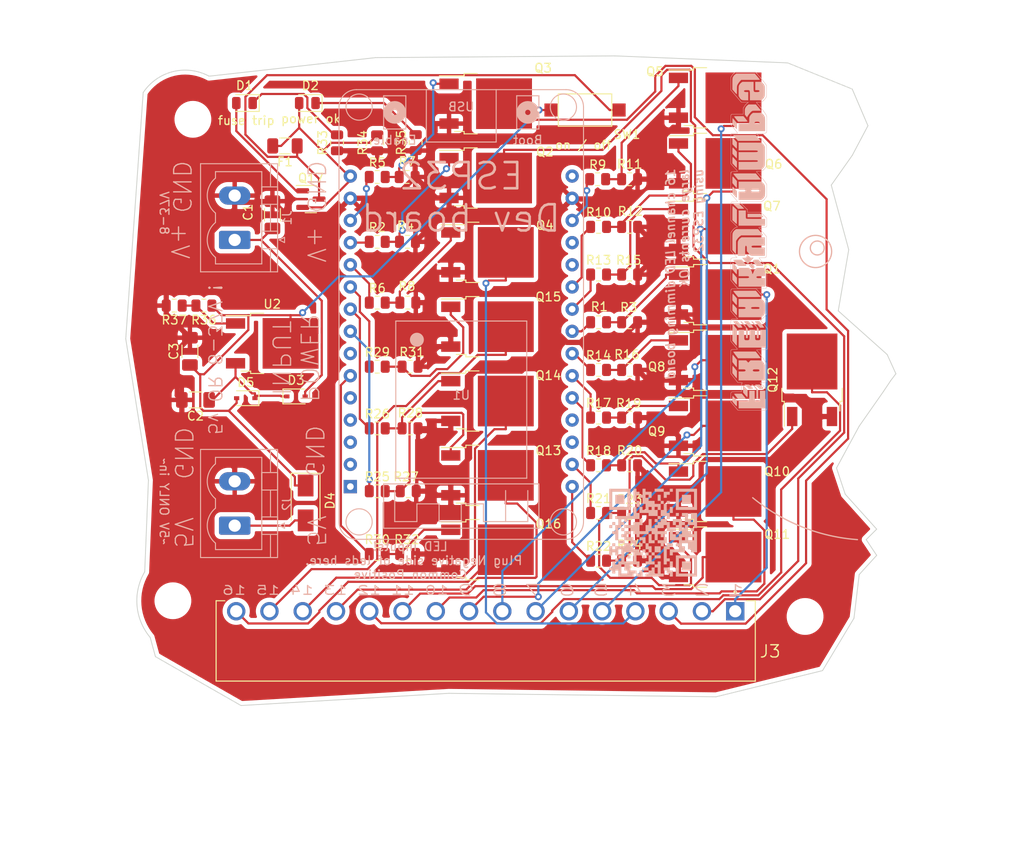
<source format=kicad_pcb>
(kicad_pcb (version 20211014) (generator pcbnew)
  (layers (0 "F.Cu" signal) (31 "B.Cu" signal) (34 "B.Paste" user) (35 "F.Paste" user) (36 "B.SilkS" user "B.Silkscreen") (37 "F.SilkS" user "F.Silkscreen") (38 "B.Mask" user) (39 "F.Mask" user) (44 "Edge.Cuts" user))
  (net 0 "")
  (net 1 "Net-(C2-Pad1)")
  (net 2 "GND")
  (net 3 "+5V")
  (net 4 "+VDC")
  (net 5 "Net-(D1-Pad1)")
  (net 6 "LED_1")
  (net 7 "LED_2")
  (net 8 "LED_3")
  (net 9 "LED_4")
  (net 10 "LED_5")
  (net 11 "LED_6")
  (net 12 "LED_7")
  (net 13 "LED_8")
  (net 14 "LED_9")
  (net 15 "LED_10")
  (net 16 "LED_11")
  (net 17 "LED_12")
  (net 18 "LED_13")
  (net 19 "LED_14")
  (net 20 "LED_15")
  (net 21 "LED_16")
  (net 22 "Net-(Q1-Pad1)")
  (net 23 "Net-(Q2-Pad1)")
  (net 24 "Net-(Q3-Pad1)")
  (net 25 "Net-(Q4-Pad1)")
  (net 26 "Net-(Q5-Pad1)")
  (net 27 "Net-(Q6-Pad1)")
  (net 28 "Net-(Q7-Pad1)")
  (net 29 "Net-(Q8-Pad1)")
  (net 30 "Net-(Q9-Pad1)")
  (net 31 "Net-(Q10-Pad1)")
  (net 32 "Net-(Q11-Pad1)")
  (net 33 "Net-(Q12-Pad1)")
  (net 34 "Net-(Q13-Pad1)")
  (net 35 "Net-(Q14-Pad1)")
  (net 36 "Net-(Q15-Pad1)")
  (net 37 "Net-(Q16-Pad1)")
  (net 38 "PWM_1")
  (net 39 "PWM_3")
  (net 40 "PWM_5")
  (net 41 "PWM_7")
  (net 42 "PWM_9")
  (net 43 "PWM_11")
  (net 44 "PWM_13")
  (net 45 "PWM_15")
  (net 46 "PWM_2")
  (net 47 "PWM_4")
  (net 48 "PWM_6")
  (net 49 "PWM_8")
  (net 50 "PWM_10")
  (net 51 "PWM_12")
  (net 52 "PWM_14")
  (net 53 "PWM_16")
  (net 54 "Net-(D1-Pad2)")
  (net 66 "Net-(D2-Pad1)")
  (net 67 "Net-(D4-Pad2)")
  (net 68 "Net-(R36-Pad2)")
  (net 69 "esp32_power")
  (net 70 "Net-(F1-Pad1)")
  (footprint "Resistor_SMD:R_0805_2012Metric" (layer "F.Cu") (at 139.5495 72.644)
    (fp_text reference "R13")
    (fp_text value "100")
  )
  (footprint "Capacitor_SMD:C_1206_3216Metric_Pad1.33x1.80mm_HandSolder" (layer "F.Cu") (at 93.3875 87 180)
    (fp_text reference "C2")
    (fp_text value "0.1uF")
  )
  (footprint "Resistor_SMD:R_0805_2012Metric" (layer "F.Cu") (at 114.204 90.2547)
    (fp_text reference "R26")
    (fp_text value "100")
  )
  (footprint "Resistor_SMD:R_0805_2012Metric" (layer "F.Cu") (at 143.1055 67.183 180)
    (fp_text reference "R12")
    (fp_text value "10k")
  )
  (footprint "Resistor_SMD:R_0805_2012Metric" (layer "F.Cu") (at 117.633 61.468 180)
    (fp_text reference "R7")
    (fp_text value "10k")
  )
  (footprint "Resistor_SMD:R_0805_2012Metric" (layer "F.Cu") (at 114.204 104.648)
    (fp_text reference "R30")
    (fp_text value "100")
  )
  (footprint "Resistor_SMD:R_0805_2012Metric" (layer "F.Cu") (at 139.5495 89.027)
    (fp_text reference "R17")
    (fp_text value "100")
  )
  (footprint "Resistor_SMD:R_0805_2012Metric" (layer "F.Cu") (at 118.6 57.531 90)
    (fp_text reference "R35")
    (fp_text value "1K")
  )
  (footprint "Resistor_SMD:R_0805_2012Metric" (layer "F.Cu") (at 114.204 97.4513)
    (fp_text reference "R25")
    (fp_text value "100")
  )
  (footprint "Package_TO_SOT_SMD:TO-252-2" (layer "F.Cu") (at 152.9 74.9429)
    (fp_text reference "Q1")
    (fp_text value "NMOS")
  )
  (footprint "Resistor_SMD:R_0805_2012Metric" (layer "F.Cu") (at 143.1055 61.722 180)
    (fp_text reference "R11")
    (fp_text value "10k")
  )
  (footprint "MountingHole:MountingHole_3.2mm_M3" (layer "F.Cu") (at 93.091 54.864)
    (fp_text reference "MH1" hide)
    (fp_text value "MountingHole_3.2mm_M3")
  )
  (footprint "Diode_SMD:D_SOD-323" (layer "F.Cu") (at 104.9 86.6)
    (fp_text reference "D3")
    (fp_text value "1N4148")
  )
  (footprint "Capacitor_SMD:C_1206_3216Metric_Pad1.33x1.80mm_HandSolder" (layer "F.Cu") (at 102.2 65.8 90)
    (fp_text reference "C1")
    (fp_text value "4.7u")
  )
  (footprint "Package_TO_SOT_SMD:SOT-23" (layer "F.Cu") (at 106.6 64)
    (fp_text reference "Q17")
    (fp_text value "Q_PMOS_DGS")
  )
  (footprint "Resistor_SMD:R_0805_2012Metric" (layer "F.Cu") (at 139.5495 83.566)
    (fp_text reference "R14")
    (fp_text value "100")
  )
  (footprint "Resistor_SMD:R_0805_2012Metric" (layer "F.Cu") (at 90.95 76.2 180)
    (fp_text reference "R37")
    (fp_text value "750")
  )
  (footprint "Resistor_SMD:R_0805_2012Metric" (layer "F.Cu") (at 94.35 76.2 180)
    (fp_text reference "R36")
    (fp_text value "240")
  )
  (footprint "Resistor_SMD:R_0805_2012Metric" (layer "F.Cu") (at 114.204 83.1955)
    (fp_text reference "R29")
    (fp_text value "100")
  )
  (footprint "Package_TO_SOT_SMD:TO-252-2" (layer "F.Cu") (at 126.825 78.6145)
    (fp_text reference "Q15")
    (fp_text value "NMOS")
  )
  (footprint "Diode_SMD:D_SOD-323" (layer "F.Cu") (at 99.15 86.8 180)
    (fp_text reference "D5")
    (fp_text value "1N4148")
  )
  (footprint "Resistor_SMD:R_0805_2012Metric" (layer "F.Cu") (at 117.7055 75.8613 180)
    (fp_text reference "R8")
    (fp_text value "10k")
  )
  (footprint "william_custom:CUI_TBP02R1-381-16BE" (layer "F.Cu") (at 155.2 111.2 180)
    (fp_text reference "J3")
    (fp_text value "Conn_01x16")
  )
  (footprint "Package_TO_SOT_SMD:TO-252-2" (layer "F.Cu") (at 126.825 104.154)
    (fp_text reference "Q16")
    (fp_text value "NMOS")
  )
  (footprint "Package_TO_SOT_SMD:TO-252-2" (layer "F.Cu") (at 126.625 53.075)
    (fp_text reference "Q3")
    (fp_text value "NMOS")
  )
  (footprint "Package_TO_SOT_SMD:TO-252-2" (layer "F.Cu") (at 152.9 89.9714)
    (fp_text reference "Q9")
    (fp_text value "NMOS")
  )
  (footprint "Package_TO_SOT_SMD:TO-252-2" (layer "F.Cu") (at 126.825 95.6408)
    (fp_text reference "Q13")
    (fp_text value "NMOS")
  )
  (footprint "Resistor_SMD:R_0805_2012Metric" (layer "F.Cu") (at 143.1055 94.488 180)
    (fp_text reference "R20")
    (fp_text value "10k")
  )
  (footprint "Resistor_SMD:R_0805_2012Metric" (layer "F.Cu") (at 139.5495 67.183)
    (fp_text reference "R10")
    (fp_text value "100")
  )
  (footprint "Resistor_SMD:R_0805_2012Metric" (layer "F.Cu") (at 143.1055 83.566 180)
    (fp_text reference "R16")
    (fp_text value "10k")
  )
  (footprint "Resistor_SMD:R_0805_2012Metric" (layer "F.Cu") (at 109.6 57.5545 90)
    (fp_text reference "R33")
    (fp_text value "1K")
  )
  (footprint "Package_TO_SOT_SMD:TO-252-2" (layer "F.Cu") (at 164 84.7 90)
    (fp_text reference "Q12")
    (fp_text value "NMOS")
  )
  (footprint "Resistor_SMD:R_0805_2012Metric" (layer "F.Cu") (at 117.9595 90.2547 180)
    (fp_text reference "R28")
    (fp_text value "10k")
  )
  (footprint "Package_TO_SOT_SMD:TO-252-2" (layer "F.Cu") (at 152.9 59.9143)
    (fp_text reference "Q6")
    (fp_text value "NMOS")
  )
  (footprint "Package_TO_SOT_SMD:TO-252-2" (layer "F.Cu") (at 126.825 70.1013)
    (fp_text reference "Q4")
    (fp_text value "NMOS")
  )
  (footprint "Resistor_SMD:R_0805_2012Metric" (layer "F.Cu") (at 139.5495 94.488)
    (fp_text reference "R18")
    (fp_text value "100")
  )
  (footprint "Diode_SMD:D_SMA" (layer "F.Cu") (at 106 98.8 -90)
    (fp_text reference "D4")
    (fp_text value "D_Schottky")
  )
  (footprint "Package_TO_SOT_SMD:TO-252-2" (layer "F.Cu") (at 152.9 52.4)
    (fp_text reference "Q5")
    (fp_text value "NMOS")
  )
  (footprint "Resistor_SMD:R_0805_2012Metric" (layer "F.Cu") (at 114.204 75.8613)
    (fp_text reference "R6")
    (fp_text value "100")
  )
  (footprint "LED_SMD:LED_0805_2012Metric" (layer "F.Cu") (at 106.2 53 180)
    (fp_text reference "D2")
    (fp_text value "power OK")
  )
  (footprint "Resistor_SMD:R_0805_2012Metric" (layer "F.Cu") (at 117.9595 83.1955 180)
    (fp_text reference "R31")
    (fp_text value "10k")
  )
  (footprint "Package_TO_SOT_SMD:TO-252-2" (layer "F.Cu") (at 152.9 97.4857)
    (fp_text reference "Q10")
    (fp_text value "NMOS")
  )
  (footprint "Resistor_SMD:R_0805_2012Metric" (layer "F.Cu") (at 143.1055 72.644 180)
    (fp_text reference "R15")
    (fp_text value "10k")
  )
  (footprint "Resistor_SMD:R_0805_2012Metric" (layer "F.Cu") (at 117.666 68.8938 180)
    (fp_text reference "R4")
    (fp_text value "10k")
  )
  (footprint "LED_SMD:LED_0805_2012Metric" (layer "F.Cu") (at 99 53 180)
    (fp_text reference "D1")
    (fp_text value "Fuse Trip")
  )
  (footprint "Package_TO_SOT_SMD:TO-252-2" (layer "F.Cu") (at 102.175 80.525)
    (fp_text reference "U2")
    (fp_text value "LM317_TO-252")
  )
  (footprint "Resistor_SMD:R_0805_2012Metric" (layer "F.Cu") (at 143.1055 99.949 180)
    (fp_text reference "R23")
    (fp_text value "10k")
  )
  (footprint "Capacitor_SMD:C_1206_3216Metric_Pad1.33x1.80mm_HandSolder" (layer "F.Cu") (at 92.75 81.4375 90)
    (fp_text reference "C3")
    (fp_text value "1uF")
  )
  (footprint "Package_TO_SOT_SMD:TO-252-2" (layer "F.Cu") (at 152.9 82.4571)
    (fp_text reference "Q8")
    (fp_text value "NMOS")
  )
  (footprint "Resistor_SMD:R_0805_2012Metric" (layer "F.Cu") (at 114.204 68.8938)
    (fp_text reference "R2")
    (fp_text value "100")
  )
  (footprint "Resistor_SMD:R_0805_2012Metric" (layer "F.Cu") (at 114.204 61.468)
    (fp_text reference "R5")
    (fp_text value "100")
  )
  (footprint "MountingHole:MountingHole_3.2mm_M3" (layer "F.Cu") (at 90.8 110)
    (fp_text reference "MH3" hide)
    (fp_text value "MountingHole_3.2mm_M3")
  )
  (footprint "Resistor_SMD:R_0805_2012Metric" (layer "F.Cu") (at 143.1055 89.027 180)
    (fp_text reference "R19")
    (fp_text value "10k")
  )
  (footprint "Button_Switch_SMD:SW_SPST_CK_RS282G05A3" (layer "F.Cu") (at 138 53.8)
    (fp_text reference "SW1")
    (fp_text value "SW_SPST")
  )
  (footprint "Fuse:Fuse_1206_3216Metric" (layer "F.Cu") (at 103.632 57.912 180)
    (fp_text reference "F1")
    (fp_text value "resettable fuse")
  )
  (footprint "Package_TO_SOT_SMD:TO-252-2" (layer "F.Cu") (at 152.9 105)
    (fp_text reference "Q11")
    (fp_text value "NMOS")
  )
  (footprint "Package_TO_SOT_SMD:TO-252-2" (layer "F.Cu") (at 152.9 67.4286)
    (fp_text reference "Q7")
    (fp_text value "NMOS")
  )
  (footprint "MountingHole:MountingHole_3.2mm_M3" (layer "F.Cu") (at 163.2 111.8)
    (fp_text reference "MH4" hide)
    (fp_text value "MountingHole_3.2mm_M3")
  )
  (footprint "Package_TO_SOT_SMD:TO-252-2" (layer "F.Cu") (at 126.625 61.5882)
    (fp_text reference "Q2")
    (fp_text value "NMOS")
  )
  (footprint "Resistor_SMD:R_0805_2012Metric" (layer "F.Cu") (at 114.2 57.5545 90)
    (fp_text reference "R34")
    (fp_text value "10k")
  )
  (footprint "MountingHole:MountingHole_3.2mm_M3" (layer "F.Cu") (at 162.8 53.8)
    (fp_text reference "MH2" hide)
    (fp_text value "MountingHole_3.2mm_M3")
  )
  (footprint "Resistor_SMD:R_0805_2012Metric" (layer "F.Cu") (at 117.7525 97.4513 180)
    (fp_text reference "R27")
    (fp_text value "10k")
  )
  (footprint "Resistor_SMD:R_0805_2012Metric" (layer "F.Cu") (at 117.682 104.648 180)
    (fp_text reference "R32")
    (fp_text value "10k")
  )
  (footprint "Resistor_SMD:R_0805_2012Metric" (layer "F.Cu") (at 139.5495 105.41)
    (fp_text reference "R22")
    (fp_text value "100")
  )
  (footprint "Package_TO_SOT_SMD:TO-252-2" (layer "F.Cu") (at 126.825 87.1277)
    (fp_text reference "Q14")
    (fp_text value "NMOS")
  )
  (footprint "Resistor_SMD:R_0805_2012Metric" (layer "F.Cu") (at 143.1055 105.41 180)
    (fp_text reference "R24")
    (fp_text value "10k")
  )
  (footprint "Resistor_SMD:R_0805_2012Metric" (layer "F.Cu") (at 139.5495 78.105)
    (fp_text reference "R1")
    (fp_text value "100")
  )
  (footprint "Resistor_SMD:R_0805_2012Metric" (layer "F.Cu") (at 143.1055 78.105 180)
    (fp_text reference "R3")
    (fp_text value "10k")
  )
  (footprint "Resistor_SMD:R_0805_2012Metric" (layer "F.Cu") (at 139.5495 99.949)
    (fp_text reference "R21")
    (fp_text value "100")
  )
  (footprint "Resistor_SMD:R_0805_2012Metric" (layer "F.Cu") (at 139.446 61.722)
    (fp_text reference "R9")
    (fp_text value "100")
  )
  (footprint "william_custom:16_channel_pcb" (layer "B.Cu") (at 145.8 102.2 180)
    (fp_text reference "G1" hide)
    (fp_text value "LOGO" hide)
  )
  (footprint "Connector_Phoenix_MSTB:PhoenixContact_MSTBVA_2,5_2-G-5,08_1x02_P5.08mm_Vertical" (layer "B.Cu") (at 97.8775 101.4 90)
    (fp_text reference "J2")
    (fp_text value "Conn_01x02")
  )
  (footprint "Espressif:esp32_devkit_v1_doit" (layer "B.Cu") (at 123.825 96.926)
    (fp_text reference "U1")
    (fp_text value "ESP32_DevKit_V1_DOIT")
  )
  (footprint "william_custom:freakylampsLogo_smaller" (layer "B.Cu") (at 156.432327 68.9651 90)
    (fp_text reference "G***" hide)
    (fp_text value "LOGO" hide)
  )
  (footprint "Connector_Phoenix_MSTB:PhoenixContact_MSTBVA_2,5_2-G-5,08_1x02_P5.08mm_Vertical" (layer "B.Cu") (at 97.8775 68.68 90)
    (fp_text reference "J1")
    (fp_text value "Conn_01x02")
  )
  (gr_arc (start 169.2 103) (mid 162.83985 101.536181) (end 157.2 98.2) (layer "B.SilkS") (width 0.15))
  (gr_circle (center 164.4 70) (end 165.8 68.8) (layer "B.SilkS") (width 0.15) (fill none))
  (gr_circle (center 164.6 69.6) (end 165.4 69.6) (layer "B.SilkS") (width 0.15) (fill none))
  (gr_line (start 122.4 120.6) (end 98.6 122) (layer "Edge.Cuts") (width 0.1))
  (gr_line (start 172.6 81.8) (end 173.6 84) (layer "Edge.Cuts") (width 0.1))
  (gr_line (start 170.4 55.6) (end 168.6 59) (layer "Edge.Cuts") (width 0.1))
  (gr_line (start 168.8 112) (end 165.2 118) (layer "Edge.Cuts") (width 0.1))
  (gr_line (start 173 84.8) (end 172.2 86) (layer "Edge.Cuts") (width 0.1))
  (gr_line (start 166.2 62.4) (end 168.2 69.8) (layer "Edge.Cuts") (width 0.1))
  (gr_line (start 171.4 101.8) (end 170.2 103) (layer "Edge.Cuts") (width 0.1))
  (gr_line (start 169.4 107) (end 168.8 112) (layer "Edge.Cuts") (width 0.1))
  (gr_line (start 94.943202 49.925077) (end 114 47.8) (layer "Edge.Cuts") (width 0.1))
  (gr_line (start 171.4 104.8) (end 169.4 107) (layer "Edge.Cuts") (width 0.1))
  (gr_line (start 167.8 97.8) (end 171.4 101.8) (layer "Edge.Cuts") (width 0.1))
  (gr_line (start 85.4 80) (end 87.4 51.8) (layer "Edge.Cuts") (width 0.1))
  (gr_line (start 88 96.2) (end 85.4 80) (layer "Edge.Cuts") (width 0.1))
  (gr_line (start 172.2 86) (end 169.4 90) (layer "Edge.Cuts") (width 0.1))
  (gr_line (start 141.4 47.6) (end 161.2 48.4) (layer "Edge.Cuts") (width 0.1))
  (gr_line (start 168.6 59) (end 166.2 62.4) (layer "Edge.Cuts") (width 0.1))
  (gr_line (start 165.2 118) (end 153 121) (layer "Edge.Cuts") (width 0.1))
  (gr_line (start 114 47.8) (end 141.4 47.6) (layer "Edge.Cuts") (width 0.1))
  (gr_line (start 169.4 90) (end 166.8 94.8) (layer "Edge.Cuts") (width 0.1))
  (gr_line (start 87.571629 106.689194) (end 88 96.2) (layer "Edge.Cuts") (width 0.1))
  (gr_line (start 173.6 84) (end 173 84.8) (layer "Edge.Cuts") (width 0.1))
  (gr_line (start 166.8 94.8) (end 167.8 97.8) (layer "Edge.Cuts") (width 0.1))
  (gr_arc (start 88.2 114.2) (mid 86.692802 110.544407) (end 87.571629 106.689194) (layer "Edge.Cuts") (width 0.1))
  (gr_line (start 153 121) (end 122.4 120.6) (layer "Edge.Cuts") (width 0.1))
  (gr_line (start 161.2 48.4) (end 168.6 51.4) (layer "Edge.Cuts") (width 0.1))
  (gr_line (start 168.6 51.4) (end 170.4 55.6) (layer "Edge.Cuts") (width 0.1))
  (gr_line (start 168.2 69.8) (end 167 76.8) (layer "Edge.Cuts") (width 0.1))
  (gr_line (start 167 76.8) (end 172.6 81.8) (layer "Edge.Cuts") (width 0.1))
  (gr_line (start 88.8 116.4) (end 88.2 114.2) (layer "Edge.Cuts") (width 0.1))
  (gr_line (start 170.2 103) (end 171.4 104.8) (layer "Edge.Cuts") (width 0.1))
  (gr_line (start 98.6 122) (end 88.8 116.4) (layer "Edge.Cuts") (width 0.1))
  (gr_arc (start 87.4 51.8) (mid 90.80844 49.401468) (end 94.943202 49.925077) (layer "Edge.Cuts") (width 0.1))
  (gr_text "5v OR 8-37V !" (at 95.6 82.4 270) (layer "B.SilkS") (effects (font (size 1.5 1.5)) (justify mirror)))
  (gr_text "V+" (at 91.6 68.8 270) (layer "B.SilkS") (effects (font (size 2 2)) (justify mirror)))
  (gr_text "POWER\nINPUT" (at 104.8 82.2 270) (layer "B.SilkS") (effects (font (size 2 2)) (justify mirror)))
  (gr_text "8-37V" (at 89.8 65.6 270) (layer "B.SilkS") (effects (font (size 1 1)) (justify mirror)))
  (gr_text "5V" (at 107.2 102 270) (layer "B.SilkS") (effects (font (size 2 2)) (justify mirror)))
  (gr_text "10 11 12 13 14 15 16" (at 109.4 108.8) (layer "B.SilkS") (effects (font (size 1 1.45)) (justify mirror)))
  (gr_text "GND	\n	" (at 90.4 92.4 270) (layer "B.SilkS") (effects (font (size 2 2)) (justify mirror)))
  (gr_text "1 2 3 4 5 6 7 8 9" (at 139.8 108.8) (layer "B.SilkS") (effects (font (size 1.2 2.25)) (justify mirror)))
  (gr_text "16 channel LED dimming board\nlarge currents OK\nusing ESP32" (at 149.4 60.4 90) (layer "B.SilkS") (effects (font (size 1 1) (thickness 0.1875) italic) (justify left mirror)))
  (gr_text "V+" (at 107.2 69.2 270) (layer "B.SilkS") (effects (font (size 2 2)) (justify mirror)))
  (gr_text "GND" (at 107.2 62.6 270) (layer "B.SilkS") (effects (font (size 2 2)) (justify mirror)))
  (gr_text "~5V ONLY in~" (at 89.8 98.6 270) (layer "B.SilkS") (effects (font (size 1 1)) (justify mirror)))
  (gr_text "GND	\n	" (at 105.4 92.2 270) (layer "B.SilkS") (effects (font (size 2 2)) (justify mirror)))
  (gr_text "ESP32\nDev board" (at 123.8 63.8) (layer "B.SilkS") (effects (font (size 3 3) (thickness 0.3)) (justify mirror)))
  (gr_text "GND" (at 91.8 62.6 270) (layer "B.SilkS") (effects (font (size 2 2)) (justify mirror)))
  (gr_text "5V" (at 92 102.2 270) (layer "B.SilkS") (effects (font (size 2 2)) (justify mirror)))
  (gr_text "LED inputs!\nPlug Negative side of leds here. \nCommon Positive" (at 118 105.4) (layer "B.SilkS") (effects (font (size 1 1)) (justify mirror)))
  (gr_text "fuse trip" (at 99.2 55) (layer "F.SilkS") (effects (font (size 1 1))))
  (gr_text "on / off" (at 137.8 57.8) (layer "F.SilkS") (effects (font (size 1 1))))
  (gr_text "power ok" (at 106.6 54.8) (layer "F.SilkS") (effects (font (size 1 1))))
  (segment (start 97.975 84.3738) (end 99.8511 86.2499) (width 0.25) (layer "F.Cu") (net 1))
  (segment (start 97.975 82.805) (end 97.975 83.7301) (width 0.25) (layer "F.Cu") (net 1))
  (segment (start 95.3488 87) (end 94.95 87) (width 0.25) (layer "F.Cu") (net 1))
  (segment (start 97.975 83.7301) (end 97.975 84.3738) (width 0.25) (layer "F.Cu") (net 1))
  (segment (start 97.975 84.3738) (end 95.3488 87) (width 0.25) (layer "F.Cu") (net 1))
  (segment (start 100.2 86.8) (end 100.2 86.5249) (width 0.25) (layer "F.Cu") (net 1))
  (segment (start 100.2 86.5249) (end 103.1498 86.5249) (width 0.25) (layer "F.Cu") (net 1))
  (segment (start 103.85 86.6) (end 103.2249 86.6) (width 0.25) (layer "F.Cu") (net 1))
  (segment (start 103.1498 86.5249) (end 103.2249 86.6) (width 0.25) (layer "F.Cu") (net 1))
  (segment (start 99.8511 86.2499) (end 100.2 86.2499) (width 0.25) (layer "F.Cu") (net 1))
  (segment (start 100.2 86.5249) (end 100.2 86.2499) (width 0.25) (layer "F.Cu") (net 1))
  (segment (start 119.6989 75.8613) (end 119.6989 76.8683) (width 0.6) (layer "F.Cu") (net 2))
  (segment (start 118.5455 58.498) (end 118.6 58.4435) (width 0.6) (layer "F.Cu") (net 2))
  (segment (start 122.606 96.8017) (end 122.625 96.8207) (width 0.6) (layer "F.Cu") (net 2))
  (segment (start 102.2 64.2375) (end 103.7143 65.7518) (width 0.6) (layer "F.Cu") (net 2))
  (segment (start 134.9688 79.4462) (end 130.7163 83.6987) (width 0.6) (layer "F.Cu") (net 2))
  (segment (start 122.625 72.3813) (end 122.625 71.2812) (width 0.6) (layer "F.Cu") (net 2))
  (segment (start 118.5145 58.467) (end 118.5455 58.498) (width 0.6) (layer "F.Cu") (net 2))
  (segment (start 122.3356 104.648) (end 118.5945 104.648) (width 0.6) (layer "F.Cu") (net 2))
  (segment (start 92.75 79.875) (end 90.0375 77.1625) (width 0.6) (layer "F.Cu") (net 2))
  (segment (start 148.7 76.6728) (end 150.3002 78.273) (width 0.6) (layer "F.Cu") (net 2))
  (segment (start 121.0249 72.3813) (end 121.0249 74.5353) (width 0.6) (layer "F.Cu") (net 2))
  (segment (start 118.665 97.4513) (end 120.5554 97.4513) (width 0.6) (layer "F.Cu") (net 2))
  (segment (start 119.6989 75.8613) (end 118.618 75.8613) (width 0.6) (layer "F.Cu") (net 2))
  (segment (start 121.0249 74.5353) (end 119.6989 75.8613) (width 0.6) (layer "F.Cu") (net 2))
  (segment (start 146.2178 78.105) (end 147.0999 77.2229) (width 0.6) (layer "F.Cu") (net 2))
  (segment (start 102.0675 64.37) (end 102.2 64.2375) (width 0.6) (layer "F.Cu") (net 2))
  (segment (start 109.6 58.467) (end 114.2 58.467) (width 0.6) (layer "F.Cu") (net 2))
  (segment (start 148.7 92.2514) (end 148.7 91.1513) (width 0.6) (layer "F.Cu") (net 2))
  (segment (start 133.0944 67.4191) (end 136.525 63.9885) (width 0.6) (layer "F.Cu") (net 2))
  (segment (start 147.0999 61.722) (end 144.018 61.722) (width 0.6) (layer "F.Cu") (net 2))
  (segment (start 111.125 63.906) (end 116.1075 63.906) (width 0.6) (layer "F.Cu") (net 2))
  (segment (start 148.7 85.2871) (end 148.7 85.8372) (width 0.6) (layer "F.Cu") (net 2))
  (segment (start 122.625 80.8945) (end 122.625 79.7944) (width 0.6) (layer "F.Cu") (net 2))
  (segment (start 146.5757 89.027) (end 148.1896 90.6409) (width 0.6) (layer "F.Cu") (net 2))
  (segment (start 122.625 80.8945) (end 121.0249 80.8945) (width 0.6) (layer "F.Cu") (net 2))
  (segment (start 92.75 79.875) (end 91.3009 81.3241) (width 0.6) (layer "F.Cu") (net 2))
  (segment (start 144.7514 99.2156) (end 144.018 99.949) (width 0.6) (layer "F.Cu") (net 2))
  (segment (start 122.625 97.9208) (end 121.0249 97.9208) (width 0.6) (layer "F.Cu") (net 2))
  (segment (start 136.525 63.9885) (end 141.7515 63.9885) (width 0.6) (layer "F.Cu") (net 2))
  (segment (start 97.8775 65.1401) (end 90.0375 72.9801) (width 0.6) (layer "F.Cu") (net 2))
  (segment (start 118.5455 61.468) (end 118.5455 58.498) (width 0.6) (layer "F.Cu") (net 2))
  (segment (start 148.7 70.1211) (end 148.7 70.2586) (width 0.6) (layer "F.Cu") (net 2))
  (segment (start 148.7 99.2156) (end 148.7 98.6656) (width 0.6) (layer "F.Cu") (net 2))
  (segment (start 166.28 88.9) (end 165.1799 88.9) (width 0.6) (layer "F.Cu") (net 2))
  (segment (start 97.8775 64.37) (end 97.8775 65.1401) (width 0.6) (layer "F.Cu") (net 2))
  (segment (start 148.1896 90.6409) (end 148.7 91.1513) (width 0.6) (layer "F.Cu") (net 2))
  (segment (start 151.2998 96.0658) (end 148.7 98.6656) (width 0.6) (layer "F.Cu") (net 2))
  (segment (start 124.2252 102.7584) (end 122.3356 104.648) (width 0.6) (layer "F.Cu") (net 2))
  (segment (start 150.3144 86.5712) (end 161.8008 86.5712) (width 0.6) (layer "F.Cu") (net 2))
  (segment (start 132.3326 66.6574) (end 133.0944 67.4191) (width 0.6) (layer "F.Cu") (net 2))
  (segment (start 97.8775 63.6) (end 97.8775 64.37) (width 0.6) (layer "F.Cu") (net 2))
  (segment (start 90.0375 72.9801) (end 90.0375 76.2) (width 0.6) (layer "F.Cu") (net 2))
  (segment (start 124.5774 66.6574) (end 132.3326 66.6574) (width 0.6) (layer "F.Cu") (net 2))
  (segment (start 91.3009 86.4759) (end 91.825 87) (width 0.6) (layer "F.Cu") (net 2))
  (segment (start 146.4034 69.5684) (end 144.018 67.183) (width 0.6) (layer "F.Cu") (net 2))
  (segment (start 144.018 78.105) (end 146.2178 78.105) (width 0.6) (layer "F.Cu") (net 2))
  (segment (start 150.3144 86.5712) (end 150.3144 88.5161) (width 0.6) (layer "F.Cu") (net 2))
  (segment (start 122.4422 65.0301) (end 122.4422 64.9855) (width 0.6) (layer "F.Cu") (net 2))
  (segment (start 121.0225 94.2288) (end 122.606 95.8123) (width 0.6) (layer "F.Cu") (net 2))
  (segment (start 118.872 83.1955) (end 121.0249 81.0426) (width 0.6) (layer "F.Cu") (net 2))
  (segment (start 122.625 89.4077) (end 122.625 90.5078) (width 0.6) (layer "F.Cu") (net 2))
  (segment (start 130.7163 83.6987) (end 125.4857 83.6987) (width 0.6) (layer "F.Cu") (net 2))
  (segment (start 148.7 54.68) (end 148.7 55.7801) (width 0.6) (layer "F.Cu") (net 2))
  (segment (start 134.9688 69.2936) (end 134.9688 79.4462) (width 0.6) (layer "F.Cu") (net 2))
  (segment (start 119.6989 76.8683) (end 122.625 79.7944) (width 0.6) (layer "F.Cu") (net 2))
  (segment (start 90.0375 77.1625) (end 90.0375 76.2) (width 0.6) (layer "F.Cu") (net 2))
  (segment (start 148.7 85.8372) (end 149.434 86.5712) (width 0.6) (layer "F.Cu") (net 2))
  (segment (start 122.9502 65.0302) (end 122.9502 65.0301) (width 0.6) (layer "F.Cu") (net 2))
  (segment (start 141.7515 63.9885) (end 144.018 61.722) (width 0.6) (layer "F.Cu") (net 2))
  (segment (start 124.5774 66.6574) (end 122.9502 65.0302) (width 0.6) (layer "F.Cu") (net 2))
  (segment (start 150.3144 88.5161) (end 148.1896 90.6409) (width 0.6) (layer "F.Cu") (net 2))
  (segment (start 151.2998 94.3445) (end 151.2998 96.0658) (width 0.6) (layer "F.Cu") (net 2))
  (segment (start 121.0249 81.0426) (end 121.0249 80.8945) (width 0.6) (layer "F.Cu") (net 2))
  (segment (start 150.3002 78.273) (end 150.3002 82.0368) (width 0.6) (layer "F.Cu") (net 2))
  (segment (start 97.8775 94.7799) (end 91.825 88.7274) (width 0.6) (layer "F.Cu") (net 2))
  (segment (start 144.018 89.027) (end 146.5757 89.027) (width 0.6) (layer "F.Cu") (net 2))
  (segment (start 148.7 99.2156) (end 144.7514 99.2156) (width 0.6) (layer "F.Cu") (net 2))
  (segment (start 118.6 58.4435) (end 120.8249 56.2186) (width 0.6) (layer "F.Cu") (net 2))
  (segment (start 135.9386 80.416) (end 141.707 80.416) (width 0.6) (layer "F.Cu") (net 2))
  (segment (start 122.9502 65.0301) (end 122.4422 65.0301) (width 0.6) (layer "F.Cu") (net 2))
  (segment (start 121.0225 90.5078) (end 122.625 90.5078) (width 0.6) (layer "F.Cu") (net 2))
  (segment (start 119.1251 90.5078) (end 121.0225 90.5078) (width 0.6) (layer "F.Cu") (net 2))
  (segment (start 91.825 88.7274) (end 91.825 87) (width 0.6) (layer "F.Cu") (net 2))
  (segment (start 97.8775 96.32) (end 97.8775 94.7799) (width 0.6) (layer "F.Cu") (net 2))
  (segment (start 124.5774 66.6574) (end 124.5774 69.3288) (width 0.6) (layer "F.Cu") (net 2))
  (segment (start 147.0999 61.722) (end 147.0999 56.7785) (width 0.6) (layer "F.Cu") (net 2))
  (segment (start 122.606 95.8123) (end 122.606 96.8017) (width 0.6) (layer "F.Cu") (net 2))
  (segment (start 122.4422 65.0301) (end 118.5785 68.8938) (width 0.6) (layer "F.Cu") (net 2))
  (segment (start 148.7 77.2229) (end 147.0999 77.2229) (width 0.6) (layer "F.Cu") (net 2))
  (segment (start 121.0225 90.5078) (end 121.0225 94.2288) (width 0.6) (layer "F.Cu") (net 2))
  (segment (start 134.9688 79.4462) (end 135.9386 80.416) (width 0.6) (layer "F.Cu") (net 2))
  (segment (start 147.0999 56.7785) (end 148.0983 55.7801) (width 0.6) (layer "F.Cu") (net 2))
  (segment (start 145.1891 84.7371) (end 144.018 83.566) (width 0.6) (layer "F.Cu") (net 2))
  (segment (start 147.0999 62.1943) (end 147.0999 61.722) (width 0.6) (layer "F.Cu") (net 2))
  (segment (start 148.7 69.9836) (end 148.7 70.1211) (width 0.6) (layer "F.Cu") (net 2))
  (segment (start 122.625 97.9208) (end 122.625 99.0209) (width 0.6) (layer "F.Cu") (net 2))
  (segment (start 146.4034 70.2586) (end 144.018 72.644) (width 0.6) (layer "F.Cu") (net 2))
  (segment (start 150.3002 82.0368) (end 148.7 83.637) (width 0.6) (layer "F.Cu") (net 2))
  (segment (start 144.7514 99.2156) (end 144.7514 95.2214) (width 0.6) (layer "F.Cu") (net 2))
  (segment (start 148.7 84.7371) (end 148.7 83.637) (width 0.6) (layer "F.Cu") (net 2))
  (segment (start 144.018 99.949) (end 144.018 105.41) (width 0.6) (layer "F.Cu") (net 2))
  (segment (start 148.7 84.7371) (end 145.1891 84.7371) (width 0.6) (layer "F.Cu") (net 2))
  (segment (start 148.7 99.7657) (end 148.7 99.2156) (width 0.6) (layer "F.Cu") (net 2))
  (segment (start 148.7 107.28) (end 148.7 106.1799) (width 0.6) (layer "F.Cu") (net 2))
  (segment (start 147.9301 105.41) (end 148.7 106.1799) (width 0.6) (layer "F.Cu") (net 2))
  (segment (start 103.7143 65.7518) (end 109.2792 65.7518) (width 0.6) (layer "F.Cu") (net 2))
  (segment (start 118.872 90.2547) (end 119.1251 90.5078) (width 0.6) (layer "F.Cu") (net 2))
  (segment (start 148.7 70.1211) (end 150.3002 71.7213) (width 0.6) (layer "F.Cu") (net 2))
  (segment (start 122.625 72.3813) (end 121.0249 72.3813) (width 0.6) (layer "F.Cu") (net 2))
  (segment (start 141.707 80.416) (end 144.018 78.105) (width 0.6) (layer "F.Cu") (net 2))
  (segment (start 164.1632 88.9336) (end 165.1463 88.9336) (width 0.6) (layer "F.Cu") (net 2))
  (segment (start 148.7 69.9836) (end 148.7 69.7086) (width 0.6) (layer "F.Cu") (net 2))
  (segment (start 109.2792 65.7518) (end 111.125 63.906) (width 0.6) (layer "F.Cu") (net 2))
  (segment (start 122.425 63.8682) (end 122.425 64.9683) (width 0.6) (layer "F.Cu") (net 2))
  (segment (start 148.7 77.2229) (end 148.7 76.6728) (width 0.6) (layer "F.Cu") (net 2))
  (segment (start 151.8201 93.8242) (end 151.2998 94.3445) (width 0.6) (layer "F.Cu") (net 2))
  (segment (start 161.8008 86.5712) (end 164.1632 88.9336) (width 0.6) (layer "F.Cu") (net 2))
  (segment (start 120.5554 97.4513) (end 121.0249 97.9208) (width 0.6) (layer "F.Cu") (net 2))
  (segment (start 150.3002 74.5226) (end 148.7 76.1228) (width 0.6) (layer "F.Cu") (net 2))
  (segment (start 164.1632 88.9336) (end 159.2726 93.8242) (width 0.6) (layer "F.Cu") (net 2))
  (segment (start 144.7514 95.2214) (end 144.018 94.488) (width 0.6) (layer "F.Cu") (net 2))
  (segment (start 150.3002 71.7213) (end 150.3002 74.5226) (width 0.6) (layer "F.Cu") (net 2))
  (segment (start 144.018 105.41) (end 147.9301 105.41) (width 0.6) (layer "F.Cu") (net 2))
  (segment (start 124.2252 100.6211) (end 124.2252 102.7584) (width 0.6) (layer "F.Cu") (net 2))
  (segment (start 120.8249 63.7474) (end 120.8249 63.8682) (width 0.6) (layer "F.Cu") (net 2))
  (segment (start 165.1463 88.9336) (end 165.1799 88.9) (width 0.6) (layer "F.Cu") (net 2))
  (segment (start 122.3356 105.0445) (end 122.3356 104.648) (width 0.6) (layer "F.Cu") (net 2))
  (segment (start 159.2726 93.8242) (end 151.8201 93.8242) (width 0.6) (layer "F.Cu") (net 2))
  (segment (start 124.5774 69.3288) (end 122.625 71.2812) (width 0.6) (layer "F.Cu") (net 2))
  (segment (start 122.625 99.0209) (end 124.2252 100.6211) (width 0.6) (layer "F.Cu") (net 2))
  (segment (start 116.1075 63.906) (end 118.5455 61.468) (width 0.6) (layer "F.Cu") (net 2))
  (segment (start 146.4034 70.2586) (end 146.4034 69.5684) (width 0.6) (layer "F.Cu") (net 2))
  (segment (start 124.7746 84.4098) (end 124.7746 93.6437) (width 0.6) (layer "F.Cu") (net 2))
  (segment (start 118.5455 61.468) (end 120.8249 63.7474) (width 0.6) (layer "F.Cu") (net 2))
  (segment (start 120.8249 56.2186) (end 120.8249 55.355) (width 0.6) (layer "F.Cu") (net 2))
  (segment (start 148.7 70.2586) (end 146.4034 70.2586) (width 0.6) (layer "F.Cu") (net 2))
  (segment (start 149.434 86.5712) (end 150.3144 86.5712) (width 0.6) (layer "F.Cu") (net 2))
  (segment (start 122.425 55.355) (end 120.8249 55.355) (width 0.6) (layer "F.Cu") (net 2))
  (segment (start 114.2 58.467) (end 118.5145 58.467) (width 0.6) (layer "F.Cu") (net 2))
  (segment (start 122.625 106.434) (end 122.625 105.3339) (width 0.6) (layer "F.Cu") (net 2))
  (segment (start 122.4422 64.9855) (end 122.425 64.9683) (width 0.6) (layer "F.Cu") (net 2))
  (segment (start 133.0944 67.4191) (end 134.9688 69.2936) (width 0.6) (layer "F.Cu") (net 2))
  (segment (start 148.7 76.6728) (end 148.7 76.1228) (width 0.6) (layer "F.Cu") (net 2))
  (segment (start 148.7 84.7371) (end 148.7 85.1342) (width 0.6) (layer "F.Cu") (net 2))
  (segment (start 136.525 63.9885) (end 136.525 63.906) (width 0.6) (layer "F.Cu") (net 2))
  (segment (start 91.3009 81.3241) (end 91.3009 86.4759) (width 0.6) (layer "F.Cu") (net 2))
  (segment (start 122.625 105.3339) (end 122.3356 105.0445) (width 0.6) (layer "F.Cu") (net 2))
  (segment (start 148.7 62.1943) (end 147.0999 62.1943) (width 0.6) (layer "F.Cu") (net 2))
  (segment (start 97.8775 64.37) (end 102.0675 64.37) (width 0.6) (layer "F.Cu") (net 2))
  (segment (start 148.7 85.2871) (end 148.7 85.1342) (width 0.6) (layer "F.Cu") (net 2))
  (segment (start 148.0983 55.7801) (end 148.7 55.7801) (width 0.6) (layer "F.Cu") (net 2))
  (segment (start 124.7746 93.6437) (end 122.606 95.8123) (width 0.6) (layer "F.Cu") (net 2))
  (segment (start 122.425 63.8682) (end 120.8249 63.8682) (width 0.6) (layer "F.Cu") (net 2))
  (segment (start 125.4857 83.6987) (end 124.7746 84.4098) (width 0.6) (layer "F.Cu") (net 2))
  (segment (start 122.625 97.9208) (end 122.625 96.8207) (width 0.6) (layer "F.Cu") (net 2))
  (segment (start 93.8113 84.0613) (end 92.75 83) (width 0.25) (layer "F.Cu") (net 3))
  (segment (start 105.6594 77.0034) (end 105.3629 77.2999) (width 0.25) (layer "F.Cu") (net 3))
  (segment (start 98.1 86.8) (end 98.1 87.3501) (width 0.25) (layer "F.Cu") (net 3))
  (segment (start 93.9327 87.8853) (end 94.2969 88.2495) (width 0.25) (layer "F.Cu") (net 3))
  (segment (start 93.9327 84.0613) (end 93.8113 84.0613) (width 0.25) (layer "F.Cu") (net 3))
  (segment (start 105.3629 77.2999) (end 104.275 77.2999) (width 0.25) (layer "F.Cu") (net 3))
  (segment (start 99.4404 78.9857) (end 94.3648 84.0613) (width 0.25) (layer "F.Cu") (net 3))
  (segment (start 104.7749 96.8) (end 104.7749 95.8238) (width 0.25) (layer "F.Cu") (net 3))
  (segment (start 93.9327 84.0613) (end 93.9327 87.8853) (width 0.25) (layer "F.Cu") (net 3))
  (segment (start 99.4404 77.2999) (end 99.4404 78.9857) (width 0.25) (layer "F.Cu") (net 3))
  (segment (start 97.2006 88.2495) (end 98.1 87.3501) (width 0.25) (layer "F.Cu") (net 3))
  (segment (start 104.7749 95.8238) (end 97.2006 88.2495) (width 0.25) (layer "F.Cu") (net 3))
  (segment (start 134.1 53.8) (end 133.0249 53.8) (width 0.25) (layer "F.Cu") (net 3))
  (segment (start 133.0249 53.8) (end 132.7344 53.8) (width 0.25) (layer "F.Cu") (net 3))
  (segment (start 96.3624 77.2999) (end 95.2625 76.2) (width 0.25) (layer "F.Cu") (net 3))
  (segment (start 99.4404 77.2999) (end 96.3624 77.2999) (width 0.25) (layer "F.Cu") (net 3))
  (segment (start 106 96.8) (end 104.7749 96.8) (width 0.25) (layer "F.Cu") (net 3))
  (segment (start 104.275 80.525) (end 104.275 77.2999) (width 0.25) (layer "F.Cu") (net 3))
  (segment (start 94.3648 84.0613) (end 93.9327 84.0613) (width 0.25) (layer "F.Cu") (net 3))
  (segment (start 94.2969 88.2495) (end 97.2006 88.2495) (width 0.25) (layer "F.Cu") (net 3))
  (segment (start 104.275 77.2999) (end 99.4404 77.2999) (width 0.25) (layer "F.Cu") (net 3))
  (via (at 105.6594 77.0034) (size 0.8) (drill 0.4) (layers "F.Cu" "B.Cu") (net 3))
  (via (at 132.7344 53.8) (size 0.8) (drill 0.4) (layers "F.Cu" "B.Cu") (net 3))
  (segment (start 113.6838 72.8506) (end 132.7344 53.8) (width 0.25) (layer "B.Cu") (net 3))
  (segment (start 109.8122 72.8506) (end 113.6838 72.8506) (width 0.25) (layer "B.Cu") (net 3))
  (segment (start 105.6594 77.0034) (end 109.8122 72.8506) (width 0.25) (layer "B.Cu") (net 3))
  (segment (start 100.8825 68.68) (end 107.8476 75.6451) (width 0.25) (layer "F.Cu") (net 4))
  (segment (start 97.8775 68.68) (end 100.8825 68.68) (width 0.25) (layer "F.Cu") (net 4))
  (segment (start 105.95 86.6) (end 105.95 86.0499) (width 0.25) (layer "F.Cu") (net 4))
  (segment (start 100.8825 68.68) (end 102.2 67.3625) (width 0.25) (layer "F.Cu") (net 4))
  (segment (start 107.8476 84.1523) (end 105.95 86.0499) (width 0.25) (layer "F.Cu") (net 4))
  (segment (start 107.8476 75.6451) (end 107.8476 84.1523) (width 0.25) (layer "F.Cu") (net 4))
  (segment (start 100.9741 51.9634) (end 99.9375 53) (width 0.25) (layer "F.Cu") (net 5))
  (segment (start 105.781 51.9634) (end 100.9741 51.9634) (width 0.25) (layer "F.Cu") (net 5))
  (segment (start 109.2737 56.642) (end 106.2 53.5683) (width 0.25) (layer "F.Cu") (net 5))
  (segment (start 106.2 52.3824) (end 105.781 51.9634) (width 0.25) (layer "F.Cu") (net 5))
  (segment (start 106.2 53.5683) (end 106.2 52.3824) (width 0.25) (layer "F.Cu") (net 5))
  (segment (start 109.6 56.642) (end 109.2737 56.642) (width 0.25) (layer "F.Cu") (net 5))
  (segment (start 158.5251 74.9429) (end 158.8083 74.9429) (width 0.25) (layer "F.Cu") (net 6))
  (segment (start 155 74.9429) (end 158.5251 74.9429) (width 0.25) (layer "F.Cu") (net 6))
  (via (at 158.8083 74.9429) (size 0.8) (drill 0.4) (layers "F.Cu" "B.Cu") (net 6))
  (segment (start 155.2 111.2) (end 155.2 109.8249) (width 0.25) (layer "B.Cu") (net 6))
  (segment (start 158.8083 106.2166) (end 158.8083 74.9429) (width 0.25) (layer "B.Cu") (net 6))
  (segment (start 155.2 109.8249) (end 158.8083 106.2166) (width 0.25) (layer "B.Cu") (net 6))
  (segment (start 149.9767 49.1948) (end 150.1252 49.3433) (width 0.25) (layer "F.Cu") (net 7))
  (segment (start 128.725 61.5882) (end 128.725 58.3631) (width 0.25) (layer "F.Cu") (net 7))
  (segment (start 150.1252 49.3433) (end 150.1252 55.0736) (width 0.25) (layer "F.Cu") (net 7))
  (segment (start 146.7494 51.6058) (end 146.7494 49.8385) (width 0.25) (layer "F.Cu") (net 7))
  (segment (start 150.4287 69.4832) (end 152.2699 71.3244) (width 0.25) (layer "F.Cu") (net 7))
  (segment (start 150.6108 55.5592) (end 150.6108 66.8943) (width 0.25) (layer "F.Cu") (net 7))
  (segment (start 150.6108 66.8943) (end 150.4287 67.0764) (width 0.25) (layer "F.Cu") (net 7))
  (segment (start 152.6403 111.2) (end 151.39 111.2) (width 0.25) (layer "F.Cu") (net 7))
  (segment (start 147.3931 49.1948) (end 149.9767 49.1948) (width 0.25) (layer "F.Cu") (net 7))
  (segment (start 152.2699 71.3244) (end 159.2841 71.3244) (width 0.25) (layer "F.Cu") (net 7))
  (segment (start 128.725 58.3631) (end 139.9921 58.3631) (width 0.25) (layer "F.Cu") (net 7))
  (segment (start 150.1252 55.0736) (end 150.6108 55.5592) (width 0.25) (layer "F.Cu") (net 7))
  (segment (start 167.6764 90.7426) (end 162.4136 96.0054) (width 0.25) (layer "F.Cu") (net 7))
  (segment (start 158.0318 109.8249) (end 154.0154 109.8249) (width 0.25) (layer "F.Cu") (net 7))
  (segment (start 167.6764 79.7167) (end 167.6764 90.7426) (width 0.25) (layer "F.Cu") (net 7))
  (segment (start 162.4136 105.4431) (end 158.0318 109.8249) (width 0.25) (layer "F.Cu") (net 7))
  (segment (start 154.0154 109.8249) (end 152.6403 111.2) (width 0.25) (layer "F.Cu") (net 7))
  (segment (start 139.9921 58.3631) (end 146.7494 51.6058) (width 0.25) (layer "F.Cu") (net 7))
  (segment (start 159.2841 71.3244) (end 167.6764 79.7167) (width 0.25) (layer "F.Cu") (net 7))
  (segment (start 162.4136 96.0054) (end 162.4136 105.4431) (width 0.25) (layer "F.Cu") (net 7))
  (segment (start 150.4287 67.0764) (end 150.4287 69.4832) (width 0.25) (layer "F.Cu") (net 7))
  (segment (start 146.7494 49.8385) (end 147.3931 49.1948) (width 0.25) (layer "F.Cu") (net 7))
  (segment (start 146.0377 51.6808) (end 142.8034 54.9151) (width 0.25) (layer "F.Cu") (net 8))
  (segment (start 152.6379 56.681) (end 150.5764 54.6195) (width 0.25) (layer "F.Cu") (net 8))
  (segment (start 163.3139 105.6964) (end 163.3139 96.249) (width 0.25) (layer "F.Cu") (net 8))
  (segment (start 156.3876 112.6227) (end 163.3139 105.6964) (width 0.25) (layer "F.Cu") (net 8))
  (segment (start 150.5764 49.1579) (end 150.1632 48.7447) (width 0.25) (layer "F.Cu") (net 8))
  (segment (start 163.3139 96.249) (end 168.1265 91.4364) (width 0.25) (layer "F.Cu") (net 8))
  (segment (start 146.0377 49.9136) (end 146.0377 51.6808) (width 0.25) (layer "F.Cu") (net 8))
  (segment (start 147.2066 48.7447) (end 146.0377 49.9136) (width 0.25) (layer "F.Cu") (net 8))
  (segment (start 149.0027 112.6227) (end 156.3876 112.6227) (width 0.25) (layer "F.Cu") (net 8))
  (segment (start 147.58 111.2) (end 149.0027 112.6227) (width 0.25) (layer "F.Cu") (net 8))
  (segment (start 158.3364 56.681) (end 152.6379 56.681) (width 0.25) (layer "F.Cu") (net 8))
  (segment (start 168.1265 91.4364) (end 168.1265 79.0901) (width 0.25) (layer "F.Cu") (net 8))
  (segment (start 165.6662 64.0108) (end 158.3364 56.681) (width 0.25) (layer "F.Cu") (net 8))
  (segment (start 165.6662 76.6298) (end 165.6662 64.0108) (width 0.25) (layer "F.Cu") (net 8))
  (segment (start 142.8034 54.9151) (end 130.5651 54.9151) (width 0.25) (layer "F.Cu") (net 8))
  (segment (start 130.5651 54.9151) (end 128.725 53.075) (width 0.25) (layer "F.Cu") (net 8))
  (segment (start 168.1265 79.0901) (end 165.6662 76.6298) (width 0.25) (layer "F.Cu") (net 8))
  (segment (start 150.1632 48.7447) (end 147.2066 48.7447) (width 0.25) (layer "F.Cu") (net 8))
  (segment (start 150.5764 54.6195) (end 150.5764 49.1579) (width 0.25) (layer "F.Cu") (net 8))
  (segment (start 126.9637 73.3264) (end 126.6518 73.6383) (width 0.25) (layer "F.Cu") (net 9))
  (segment (start 128.925 73.3264) (end 126.9637 73.3264) (width 0.25) (layer "F.Cu") (net 9))
  (segment (start 128.925 70.1013) (end 128.925 73.3264) (width 0.25) (layer "F.Cu") (net 9))
  (via (at 126.6518 73.6383) (size 0.8) (drill 0.4) (layers "F.Cu" "B.Cu") (net 9))
  (segment (start 127.9148 112.6024) (end 126.6518 111.3394) (width 0.25) (layer "B.Cu") (net 9))
  (segment (start 126.6518 111.3394) (end 126.6518 73.6383) (width 0.25) (layer "B.Cu") (net 9))
  (segment (start 143.77 111.2) (end 142.3676 112.6024) (width 0.25) (layer "B.Cu") (net 9))
  (segment (start 142.3676 112.6024) (end 127.9148 112.6024) (width 0.25) (layer "B.Cu") (net 9))
  (segment (start 155 52.4) (end 155 55.6251) (width 0.25) (layer "F.Cu") (net 10))
  (segment (start 155 55.6251) (end 153.9149 55.6251) (width 0.25) (layer "F.Cu") (net 10))
  (segment (start 153.9149 55.6251) (end 153.5864 55.9536) (width 0.25) (layer "F.Cu") (net 10))
  (via (at 153.5864 55.9536) (size 0.8) (drill 0.4) (layers "F.Cu" "B.Cu") (net 10))
  (segment (start 153.5864 55.9536) (end 153.5864 97.5736) (width 0.25) (layer "B.Cu") (net 10))
  (segment (start 153.5864 97.5736) (end 139.96 111.2) (width 0.25) (layer "B.Cu") (net 10))
  (segment (start 152.6727 63.1394) (end 151.9458 63.8663) (width 0.25) (layer "F.Cu") (net 11))
  (segment (start 155 59.9143) (end 155 63.1394) (width 0.25) (layer "F.Cu") (net 11))
  (segment (start 155 63.1394) (end 152.6727 63.1394) (width 0.25) (layer "F.Cu") (net 11))
  (via (at 151.9458 63.8663) (size 0.8) (drill 0.4) (layers "F.Cu" "B.Cu") (net 11))
  (segment (start 151.9458 63.8663) (end 151.9458 95.4042) (width 0.25) (layer "B.Cu") (net 11))
  (segment (start 151.9458 95.4042) (end 136.15 111.2) (width 0.25) (layer "B.Cu") (net 11))
  (segment (start 155 67.4286) (end 151.4749 67.4286) (width 0.25) (layer "F.Cu") (net 12))
  (segment (start 151.4749 67.4286) (end 151.1993 67.4286) (width 0.25) (layer "F.Cu") (net 12))
  (via (at 151.1993 67.4286) (size 0.8) (drill 0.4) (layers "F.Cu" "B.Cu") (net 12))
  (segment (start 151.3013 67.5306) (end 151.3013 92.2387) (width 0.25) (layer "B.Cu") (net 12))
  (segment (start 151.1993 67.4286) (end 151.3013 67.5306) (width 0.25) (layer "B.Cu") (net 12))
  (segment (start 151.3013 92.2387) (end 132.34 111.2) (width 0.25) (layer "B.Cu") (net 12))
  (segment (start 151.3249 82.4571) (end 150.576 83.206) (width 0.25) (layer "F.Cu") (net 13))
  (segment (start 151.4749 82.4571) (end 151.3249 82.4571) (width 0.25) (layer "F.Cu") (net 13))
  (segment (start 155 82.4571) (end 151.4749 82.4571) (width 0.25) (layer "F.Cu") (net 13))
  (via (at 150.576 83.206) (size 0.8) (drill 0.4) (layers "F.Cu" "B.Cu") (net 13))
  (segment (start 150.576 84.5551) (end 150.576 83.206) (width 0.25) (layer "B.Cu") (net 13))
  (segment (start 128.53 106.6011) (end 150.576 84.5551) (width 0.25) (layer "B.Cu") (net 13))
  (segment (start 128.53 111.2) (end 128.53 106.6011) (width 0.25) (layer "B.Cu") (net 13))
  (segment (start 151.4749 89.9714) (end 150.4369 91.0094) (width 0.25) (layer "F.Cu") (net 14))
  (segment (start 150.4369 91.0094) (end 149.6719 91.0094) (width 0.25) (layer "F.Cu") (net 14))
  (segment (start 155 89.9714) (end 151.4749 89.9714) (width 0.25) (layer "F.Cu") (net 14))
  (segment (start 126.3781 109.5419) (end 132.6474 109.5419) (width 0.25) (layer "F.Cu") (net 14))
  (segment (start 124.72 111.2) (end 126.3781 109.5419) (width 0.25) (layer "F.Cu") (net 14))
  (via (at 132.6474 109.5419) (size 0.8) (drill 0.4) (layers "F.Cu" "B.Cu") (net 14))
  (via (at 149.6719 91.0094) (size 0.8) (drill 0.4) (layers "F.Cu" "B.Cu") (net 14))
  (segment (start 149.6719 91.0094) (end 132.6474 108.0339) (width 0.25) (layer "B.Cu") (net 14))
  (segment (start 132.6474 108.0339) (end 132.6474 109.5419) (width 0.25) (layer "B.Cu") (net 14))
  (segment (start 158.5366 108.0465) (end 157.6584 108.9247) (width 0.25) (layer "F.Cu") (net 15))
  (segment (start 153.4126 109.1545) (end 143.9524 109.1545) (width 0.25) (layer "F.Cu") (net 15))
  (segment (start 122.4804 109.6296) (end 120.91 111.2) (width 0.25) (layer "F.Cu") (net 15))
  (segment (start 143.9524 109.1545) (end 143.5834 108.7855) (width 0.25) (layer "F.Cu") (net 15))
  (segment (start 157.6584 108.9247) (end 153.6424 108.9247) (width 0.25) (layer "F.Cu") (net 15))
  (segment (start 126.3875 108.7855) (end 125.5434 109.6296) (width 0.25) (layer "F.Cu") (net 15))
  (segment (start 155 100.7108) (end 157.318 100.7108) (width 0.25) (layer "F.Cu") (net 15))
  (segment (start 157.318 100.7108) (end 158.5366 101.9294) (width 0.25) (layer "F.Cu") (net 15))
  (segment (start 153.6424 108.9247) (end 153.4126 109.1545) (width 0.25) (layer "F.Cu") (net 15))
  (segment (start 155 97.4857) (end 155 100.7108) (width 0.25) (layer "F.Cu") (net 15))
  (segment (start 158.5366 101.9294) (end 158.5366 108.0465) (width 0.25) (layer "F.Cu") (net 15))
  (segment (start 143.5834 108.7855) (end 126.3875 108.7855) (width 0.25) (layer "F.Cu") (net 15))
  (segment (start 125.5434 109.6296) (end 122.4804 109.6296) (width 0.25) (layer "F.Cu") (net 15))
  (segment (start 155 105) (end 151.4749 105) (width 0.25) (layer "F.Cu") (net 16))
  (segment (start 124.5754 109.1795) (end 125.4262 108.3287) (width 0.25) (layer "F.Cu") (net 16))
  (segment (start 150.1545 108.664) (end 151.4749 107.3436) (width 0.25) (layer "F.Cu") (net 16))
  (segment (start 117.1 111.2) (end 119.1205 109.1795) (width 0.25) (layer "F.Cu") (net 16))
  (segment (start 151.4749 107.3436) (end 151.4749 105) (width 0.25) (layer "F.Cu") (net 16))
  (segment (start 146.0657 108.664) (end 150.1545 108.664) (width 0.25) (layer "F.Cu") (net 16))
  (segment (start 119.1205 109.1795) (end 124.5754 109.1795) (width 0.25) (layer "F.Cu") (net 16))
  (segment (start 125.4262 108.3287) (end 145.7304 108.3287) (width 0.25) (layer "F.Cu") (net 16))
  (segment (start 145.7304 108.3287) (end 146.0657 108.664) (width 0.25) (layer "F.Cu") (net 16))
  (segment (start 167.2052 87.6275) (end 167.2052 90.5207) (width 0.25) (layer "F.Cu") (net 17))
  (segment (start 153.3917 109.812) (end 135.5606 109.812) (width 0.25) (layer "F.Cu") (net 17))
  (segment (start 134.245 111.1276) (end 134.245 111.2689) (width 0.25) (layer "F.Cu") (net 17))
  (segment (start 160.4633 97.2626) (end 160.4633 106.7567) (width 0.25) (layer "F.Cu") (net 17))
  (segment (start 164 86.1251) (end 165.7028 86.1251) (width 0.25) (layer "F.Cu") (net 17))
  (segment (start 132.9387 112.5752) (end 114.6652 112.5752) (width 0.25) (layer "F.Cu") (net 17))
  (segment (start 157.8452 109.3748) (end 153.8289 109.3748) (width 0.25) (layer "F.Cu") (net 17))
  (segment (start 114.6652 112.5752) (end 113.29 111.2) (width 0.25) (layer "F.Cu") (net 17))
  (segment (start 135.5606 109.812) (end 134.245 111.1276) (width 0.25) (layer "F.Cu") (net 17))
  (segment (start 165.7028 86.1251) (end 167.2052 87.6275) (width 0.25) (layer "F.Cu") (net 17))
  (segment (start 160.4633 106.7567) (end 157.8452 109.3748) (width 0.25) (layer "F.Cu") (net 17))
  (segment (start 134.245 111.2689) (end 132.9387 112.5752) (width 0.25) (layer "F.Cu") (net 17))
  (segment (start 153.8289 109.3748) (end 153.3917 109.812) (width 0.25) (layer "F.Cu") (net 17))
  (segment (start 167.2052 90.5207) (end 160.4633 97.2626) (width 0.25) (layer "F.Cu") (net 17))
  (segment (start 164 82.6) (end 164 86.1251) (width 0.25) (layer "F.Cu") (net 17))
  (segment (start 111.9506 108.7294) (end 124.3889 108.7294) (width 0.25) (layer "F.Cu") (net 18))
  (segment (start 132.3124 107.3792) (end 132.4502 107.2414) (width 0.25) (layer "F.Cu") (net 18))
  (segment (start 125.7391 107.3792) (end 132.3124 107.3792) (width 0.25) (layer "F.Cu") (net 18))
  (segment (start 128.925 95.6408) (end 128.925 98.8659) (width 0.25) (layer "F.Cu") (net 18))
  (segment (start 130.2352 98.8659) (end 128.925 98.8659) (width 0.25) (layer "F.Cu") (net 18))
  (segment (start 124.3889 108.7294) (end 125.7391 107.3792) (width 0.25) (layer "F.Cu") (net 18))
  (segment (start 132.4502 107.2414) (end 132.4502 101.0809) (width 0.25) (layer "F.Cu") (net 18))
  (segment (start 132.4502 101.0809) (end 130.2352 98.8659) (width 0.25) (layer "F.Cu") (net 18))
  (segment (start 109.48 111.2) (end 111.9506 108.7294) (width 0.25) (layer "F.Cu") (net 18))
  (segment (start 128.925 90.3528) (end 127.6241 90.3528) (width 0.25) (layer "F.Cu") (net 19))
  (segment (start 125.3998 92.5771) (end 125.3998 105.8952) (width 0.25) (layer "F.Cu") (net 19))
  (segment (start 109.5108 107.3592) (end 105.67 111.2) (width 0.25) (layer "F.Cu") (net 19))
  (segment (start 125.3998 105.8952) (end 123.9358 107.3592) (width 0.25) (layer "F.Cu") (net 19))
  (segment (start 127.6241 90.3528) (end 125.3998 92.5771) (width 0.25) (layer "F.Cu") (net 19))
  (segment (start 128.925 87.1277) (end 128.925 90.3528) (width 0.25) (layer "F.Cu") (net 19))
  (segment (start 123.9358 107.3592) (end 109.5108 107.3592) (width 0.25) (layer "F.Cu") (net 19))
  (segment (start 113.0876 106.3809) (end 106.6791 106.3809) (width 0.25) (layer "F.Cu") (net 20))
  (segment (start 106.6791 106.3809) (end 101.86 111.2) (width 0.25) (layer "F.Cu") (net 20))
  (segment (start 117.5047 87.702) (end 116.1246 87.702) (width 0.25) (layer "F.Cu") (net 20))
  (segment (start 114.204 105.2645) (end 113.0876 106.3809) (width 0.25) (layer "F.Cu") (net 20))
  (segment (start 121.2841 83.9226) (end 117.5047 87.702) (width 0.25) (layer "F.Cu") (net 20))
  (segment (start 125.6999 81.8396) (end 123.6169 83.9226) (width 0.25) (layer "F.Cu") (net 20))
  (segment (start 116.1246 87.702) (end 114.204 89.6226) (width 0.25) (layer "F.Cu") (net 20))
  (segment (start 128.925 78.6145) (end 128.925 81.8396) (width 0.25) (layer "F.Cu") (net 20))
  (segment (start 128.925 81.8396) (end 125.6999 81.8396) (width 0.25) (layer "F.Cu") (net 20))
  (segment (start 123.6169 83.9226) (end 121.2841 83.9226) (width 0.25) (layer "F.Cu") (net 20))
  (segment (start 114.204 89.6226) (end 114.204 105.2645) (width 0.25) (layer "F.Cu") (net 20))
  (segment (start 107.5751 111.3063) (end 107.5751 111.1249) (width 0.25) (layer "F.Cu") (net 21))
  (segment (start 128.2747 104.154) (end 128.925 104.154) (width 0.25) (layer "F.Cu") (net 21))
  (segment (start 107.5751 111.1249) (end 110.8707 107.8293) (width 0.25) (layer "F.Cu") (net 21))
  (segment (start 98.05 111.2) (end 99.4524 112.6024) (width 0.25) (layer "F.Cu") (net 21))
  (segment (start 124.5994 107.8293) (end 128.2747 104.154) (width 0.25) (layer "F.Cu") (net 21))
  (segment (start 110.8707 107.8293) (end 124.5994 107.8293) (width 0.25) (layer "F.Cu") (net 21))
  (segment (start 99.4524 112.6024) (end 106.279 112.6024) (width 0.25) (layer "F.Cu") (net 21))
  (segment (start 106.279 112.6024) (end 107.5751 111.3063) (width 0.25) (layer "F.Cu") (net 21))
  (segment (start 147.2749 73.0231) (end 147.2749 72.6629) (width 0.25) (layer "F.Cu") (net 22))
  (segment (start 142.193 78.105) (end 147.2749 73.0231) (width 0.25) (layer "F.Cu") (net 22))
  (segment (start 148.7 72.6629) (end 147.2749 72.6629) (width 0.25) (layer "F.Cu") (net 22))
  (segment (start 142.193 78.105) (end 140.462 78.105) (width 0.25) (layer "F.Cu") (net 22))
  (segment (start 115.1165 68.8938) (end 116.7535 68.8938) (width 0.25) (layer "F.Cu") (net 23))
  (segment (start 122.425 59.3082) (end 122.425 60.2333) (width 0.25) (layer "F.Cu") (net 23))
  (segment (start 116.7535 67.9001) (end 116.7535 68.8938) (width 0.25) (layer "F.Cu") (net 23))
  (segment (start 122.4148 60.2333) (end 122.1303 60.5178) (width 0.25) (layer "F.Cu") (net 23))
  (segment (start 122.425 60.2333) (end 122.4148 60.2333) (width 0.25) (layer "F.Cu") (net 23))
  (segment (start 117.0692 67.5844) (end 116.7535 67.9001) (width 0.25) (layer "F.Cu") (net 23))
  (via (at 117.0692 67.5844) (size 0.8) (drill 0.4) (layers "F.Cu" "B.Cu") (net 23))
  (via (at 122.1303 60.5178) (size 0.8) (drill 0.4) (layers "F.Cu" "B.Cu") (net 23))
  (segment (start 117.0692 67.5844) (end 117.0692 65.5789) (width 0.25) (layer "B.Cu") (net 23))
  (segment (start 117.0692 65.5789) (end 122.1303 60.5178) (width 0.25) (layer "B.Cu") (net 23))
  (segment (start 122.425 50.795) (end 120.9999 50.795) (width 0.25) (layer "F.Cu") (net 24))
  (segment (start 116.7205 61.468) (end 115.1165 61.468) (width 0.25) (layer "F.Cu") (net 24))
  (segment (start 120.8848 50.6799) (end 120.9999 50.795) (width 0.25) (layer "F.Cu") (net 24))
  (segment (start 120.6083 50.6799) (end 120.8848 50.6799) (width 0.25) (layer "F.Cu") (net 24))
  (segment (start 116.7205 61.468) (end 116.7205 60.4486) (width 0.25) (layer "F.Cu") (net 24))
  (segment (start 116.7205 60.4486) (end 117.0316 60.1375) (width 0.25) (layer "F.Cu") (net 24))
  (via (at 117.0316 60.1375) (size 0.8) (drill 0.4) (layers "F.Cu" "B.Cu") (net 24))
  (via (at 120.6083 50.6799) (size 0.8) (drill 0.4) (layers "F.Cu" "B.Cu") (net 24))
  (segment (start 120.6083 50.6799) (end 120.6083 56.5608) (width 0.25) (layer "B.Cu") (net 24))
  (segment (start 120.6083 56.5608) (end 117.0316 60.1375) (width 0.25) (layer "B.Cu") (net 24))
  (segment (start 116.793 74.5784) (end 122.625 68.7464) (width 0.25) (layer "F.Cu") (net 25))
  (segment (start 116.793 75.8613) (end 116.793 74.5784) (width 0.25) (layer "F.Cu") (net 25))
  (segment (start 122.625 67.8213) (end 122.625 68.7464) (width 0.25) (layer "F.Cu") (net 25))
  (segment (start 115.1165 75.8613) (end 116.793 75.8613) (width 0.25) (layer "F.Cu") (net 25))
  (segment (start 140.3585 61.722) (end 142.193 61.722) (width 0.25) (layer "F.Cu") (net 26))
  (segment (start 142.193 57.5521) (end 148.7 51.0451) (width 0.25) (layer "F.Cu") (net 26))
  (segment (start 148.7 50.12) (end 148.7 51.0451) (width 0.25) (layer "F.Cu") (net 26))
  (segment (start 142.193 61.722) (end 142.193 57.5521) (width 0.25) (layer "F.Cu") (net 26))
  (segment (start 140.462 67.183) (end 142.193 67.183) (width 0.25) (layer "F.Cu") (net 27))
  (segment (start 148.7 58.5594) (end 150.1275 59.9869) (width 0.25) (layer "F.Cu") (net 27))
  (segment (start 150.1275 62.9277) (end 149.4556 63.5996) (width 0.25) (layer "F.Cu") (net 27))
  (segment (start 142.193 66.7863) (end 142.193 67.183) (width 0.25) (layer "F.Cu") (net 27))
  (segment (start 148.7 57.6343) (end 148.7 58.5594) (width 0.25) (layer "F.Cu") (net 27))
  (segment (start 149.4556 63.5996) (end 145.3797 63.5996) (width 0.25) (layer "F.Cu") (net 27))
  (segment (start 145.3797 63.5996) (end 142.193 66.7863) (width 0.25) (layer "F.Cu") (net 27))
  (segment (start 150.1275 59.9869) (end 150.1275 62.9277) (width 0.25) (layer "F.Cu") (net 27))
  (segment (start 144.5223 65.1486) (end 148.7 65.1486) (width 0.25) (layer "F.Cu") (net 28))
  (segment (start 143.1793 66.4916) (end 144.5223 65.1486) (width 0.25) (layer "F.Cu") (net 28))
  (segment (start 142.193 72.644) (end 140.462 72.644) (width 0.25) (layer "F.Cu") (net 28))
  (segment (start 142.193 72.644) (end 143.1793 71.6577) (width 0.25) (layer "F.Cu") (net 28))
  (segment (start 143.1793 71.6577) (end 143.1793 66.4916) (width 0.25) (layer "F.Cu") (net 28))
  (segment (start 145.5819 80.1771) (end 142.193 83.566) (width 0.25) (layer "F.Cu") (net 29))
  (segment (start 142.193 83.566) (end 140.462 83.566) (width 0.25) (layer "F.Cu") (net 29))
  (segment (start 148.7 80.1771) (end 145.5819 80.1771) (width 0.25) (layer "F.Cu") (net 29))
  (segment (start 148.7 87.6914) (end 143.5286 87.6914) (width 0.25) (layer "F.Cu") (net 30))
  (segment (start 143.5286 87.6914) (end 142.193 89.027) (width 0.25) (layer "F.Cu") (net 30))
  (segment (start 142.193 89.027) (end 140.462 89.027) (width 0.25) (layer "F.Cu") (net 30))
  (segment (start 142.193 94.0946) (end 142.193 94.488) (width 0.25) (layer "F.Cu") (net 31))
  (segment (start 148.7 94.2806) (end 146.106 94.2806) (width 0.25) (layer "F.Cu") (net 31))
  (segment (start 148.7 95.2057) (end 148.7 94.2806) (width 0.25) (layer "F.Cu") (net 31))
  (segment (start 143.2948 92.9928) (end 142.193 94.0946) (width 0.25) (layer "F.Cu") (net 31))
  (segment (start 140.462 94.488) (end 142.193 94.488) (width 0.25) (layer "F.Cu") (net 31))
  (segment (start 144.8182 92.9928) (end 143.2948 92.9928) (width 0.25) (layer "F.Cu") (net 31))
  (segment (start 146.106 94.2806) (end 144.8182 92.9928) (width 0.25) (layer "F.Cu") (net 31))
  (segment (start 145.6424 107.3792) (end 146.4771 108.2139) (width 0.25) (layer "F.Cu") (net 32))
  (segment (start 150.1359 105.081) (end 148.7 103.6451) (width 0.25) (layer "F.Cu") (net 32))
  (segment (start 146.4771 108.2139) (end 149.968 108.2139) (width 0.25) (layer "F.Cu") (net 32))
  (segment (start 139.6192 100.7918) (end 139.6192 106.1077) (width 0.25) (layer "F.Cu") (net 32))
  (segment (start 140.8907 107.3792) (end 145.6424 107.3792) (width 0.25) (layer "F.Cu") (net 32))
  (segment (start 140.462 99.949) (end 139.6192 100.7918) (width 0.25) (layer "F.Cu") (net 32))
  (segment (start 139.6192 106.1077) (end 140.8907 107.3792) (width 0.25) (layer "F.Cu") (net 32))
  (segment (start 140.462 99.949) (end 142.193 99.949) (width 0.25) (layer "F.Cu") (net 32))
  (segment (start 149.968 108.2139) (end 150.1359 108.046) (width 0.25) (layer "F.Cu") (net 32))
  (segment (start 148.7 102.72) (end 148.7 103.6451) (width 0.25) (layer "F.Cu") (net 32))
  (segment (start 150.1359 108.046) (end 150.1359 105.081) (width 0.25) (layer "F.Cu") (net 32))
  (segment (start 140.462 105.41) (end 142.193 105.41) (width 0.25) (layer "F.Cu") (net 33))
  (segment (start 150.3999 94.2971) (end 151.498 93.199) (width 0.25) (layer "F.Cu") (net 33))
  (segment (start 147.2069 96.1309) (end 149.978 96.1309) (width 0.25) (layer "F.Cu") (net 33))
  (segment (start 143.1054 104.4976) (end 143.1054 93.8369) (width 0.25) (layer "F.Cu") (net 33))
  (segment (start 151.498 93.199) (end 158.8461 93.199) (width 0.25) (layer "F.Cu") (net 33))
  (segment (start 149.978 96.1309) (end 150.3999 95.709) (width 0.25) (layer "F.Cu") (net 33))
  (segment (start 143.1054 93.8369) (end 143.4994 93.4429) (width 0.25) (layer "F.Cu") (net 33))
  (segment (start 161.72 88.9) (end 161.72 90.3251) (width 0.25) (layer "F.Cu") (net 33))
  (segment (start 144.5189 93.4429) (end 147.2069 96.1309) (width 0.25) (layer "F.Cu") (net 33))
  (segment (start 143.4994 93.4429) (end 144.5189 93.4429) (width 0.25) (layer "F.Cu") (net 33))
  (segment (start 142.193 105.41) (end 143.1054 104.4976) (width 0.25) (layer "F.Cu") (net 33))
  (segment (start 158.8461 93.199) (end 161.72 90.3251) (width 0.25) (layer "F.Cu") (net 33))
  (segment (start 150.3999 95.709) (end 150.3999 94.2971) (width 0.25) (layer "F.Cu") (net 33))
  (segment (start 117.9018 89.6289) (end 119.0482 88.4825) (width 0.25) (layer "F.Cu") (net 34))
  (segment (start 117.9018 96.3895) (end 117.9018 89.6289) (width 0.25) (layer "F.Cu") (net 34))
  (segment (start 119.0482 88.4825) (end 123.8728 88.4825) (width 0.25) (layer "F.Cu") (net 34))
  (segment (start 116.84 97.4513) (end 117.9018 96.3895) (width 0.25) (layer "F.Cu") (net 34))
  (segment (start 116.84 97.4513) (end 115.1165 97.4513) (width 0.25) (layer "F.Cu") (net 34))
  (segment (start 123.8728 88.4825) (end 124.0502 88.6599) (width 0.25) (layer "F.Cu") (net 34))
  (segment (start 122.625 93.3608) (end 122.625 92.4357) (width 0.25) (layer "F.Cu") (net 34))
  (segment (start 124.0502 88.6599) (end 124.0502 91.0105) (width 0.25) (layer "F.Cu") (net 34))
  (segment (start 124.0502 91.0105) (end 122.625 92.4357) (width 0.25) (layer "F.Cu") (net 34))
  (segment (start 122.625 84.8477) (end 121.1999 84.8477) (width 0.25) (layer "F.Cu") (net 35))
  (segment (start 117.047 89.0006) (end 117.047 90.2547) (width 0.25) (layer "F.Cu") (net 35))
  (segment (start 117.047 90.2547) (end 115.1165 90.2547) (width 0.25) (layer "F.Cu") (net 35))
  (segment (start 121.1999 84.8477) (end 117.047 89.0006) (width 0.25) (layer "F.Cu") (net 35))
  (segment (start 122.625 77.2596) (end 124.0502 78.6848) (width 0.25) (layer "F.Cu") (net 36))
  (segment (start 124.0502 81.6485) (end 122.2263 83.4724) (width 0.25) (layer "F.Cu") (net 36))
  (segment (start 120.2336 84.2435) (end 118.095 84.2435) (width 0.25) (layer "F.Cu") (net 36))
  (segment (start 117.047 83.1955) (end 115.1165 83.1955) (width 0.25) (layer "F.Cu") (net 36))
  (segment (start 118.095 84.2435) (end 117.047 83.1955) (width 0.25) (layer "F.Cu") (net 36))
  (segment (start 122.2263 83.4724) (end 121.0047 83.4724) (width 0.25) (layer "F.Cu") (net 36))
  (segment (start 122.625 76.3345) (end 122.625 77.2596) (width 0.25) (layer "F.Cu") (net 36))
  (segment (start 121.0047 83.4724) (end 120.2336 84.2435) (width 0.25) (layer "F.Cu") (net 36))
  (segment (start 124.0502 78.6848) (end 124.0502 81.6485) (width 0.25) (layer "F.Cu") (net 36))
  (segment (start 116.7695 104.648) (end 115.1165 104.648) (width 0.25) (layer "F.Cu") (net 37))
  (segment (start 119.5435 101.874) (end 116.7695 104.648) (width 0.25) (layer "F.Cu") (net 37))
  (segment (start 122.625 101.874) (end 119.5435 101.874) (width 0.25) (layer "F.Cu") (net 37))
  (segment (start 136.525 79.146) (end 137.596 79.146) (width 0.25) (layer "F.Cu") (net 38))
  (segment (start 137.596 79.146) (end 138.637 78.105) (width 0.25) (layer "F.Cu") (net 38))
  (segment (start 112.9598 61.7997) (end 113.2915 61.468) (width 0.25) (layer "F.Cu") (net 39))
  (segment (start 112.9598 62.803) (end 112.9598 61.7997) (width 0.25) (layer "F.Cu") (net 39))
  (via (at 112.9598 62.803) (size 0.8) (drill 0.4) (layers "F.Cu" "B.Cu") (net 39))
  (segment (start 112.9598 64.6112) (end 112.9598 62.803) (width 0.25) (layer "B.Cu") (net 39))
  (segment (start 111.125 66.446) (end 112.9598 64.6112) (width 0.25) (layer "B.Cu") (net 39))
  (segment (start 138.198 63.026) (end 138.198 62.0575) (width 0.25) (layer "F.Cu") (net 40))
  (segment (start 138.198 62.0575) (end 138.5335 61.722) (width 0.25) (layer "F.Cu") (net 40))
  (via (at 138.198 63.026) (size 0.8) (drill 0.4) (layers "F.Cu" "B.Cu") (net 40))
  (segment (start 136.525 66.446) (end 138.198 64.773) (width 0.25) (layer "B.Cu") (net 40))
  (segment (start 138.198 64.773) (end 138.198 63.026) (width 0.25) (layer "B.Cu") (net 40))
  (segment (start 138.637 74.494) (end 138.637 72.644) (width 0.25) (layer "F.Cu") (net 41))
  (segment (start 136.525 76.606) (end 138.637 74.494) (width 0.25) (layer "F.Cu") (net 41))
  (segment (start 136.525 84.226) (end 138.637 86.338) (width 0.25) (layer "F.Cu") (net 42))
  (segment (start 138.637 86.338) (end 138.637 89.027) (width 0.25) (layer "F.Cu") (net 42))
  (segment (start 138.637 96.498) (end 138.637 99.949) (width 0.25) (layer "F.Cu") (net 43))
  (segment (start 136.525 94.386) (end 138.637 96.498) (width 0.25) (layer "F.Cu") (net 43))
  (segment (start 113.2915 96.1205) (end 113.2915 97.4513) (width 0.25) (layer "F.Cu") (net 44))
  (via (at 113.2915 96.1205) (size 0.8) (drill 0.4) (layers "F.Cu" "B.Cu") (net 44))
  (segment (start 111.125 79.146) (end 113.2915 81.3125) (width 0.25) (layer "B.Cu") (net 44))
  (segment (start 113.2915 81.3125) (end 113.2915 96.1205) (width 0.25) (layer "B.Cu") (net 44))
  (segment (start 111.125 74.066) (end 112.2122 75.1532) (width 0.25) (layer "F.Cu") (net 45))
  (segment (start 113.2915 77.9997) (end 113.2915 83.1955) (width 0.25) (layer "F.Cu") (net 45))
  (segment (start 112.2122 75.1532) (end 112.2122 76.9204) (width 0.25) (layer "F.Cu") (net 45))
  (segment (start 112.2122 76.9204) (end 113.2915 77.9997) (width 0.25) (layer "F.Cu") (net 45))
  (segment (start 113.1993 68.986) (end 113.2915 68.8938) (width 0.25) (layer "F.Cu") (net 46))
  (segment (start 111.125 68.986) (end 113.1993 68.986) (width 0.25) (layer "F.Cu") (net 46))
  (segment (start 111.125 71.526) (end 113.2915 73.6925) (width 0.25) (layer "F.Cu") (net 47))
  (segment (start 113.2915 73.6925) (end 113.2915 75.8613) (width 0.25) (layer "F.Cu") (net 47))
  (segment (start 136.525 74.066) (end 137.6122 72.9788) (width 0.25) (layer "F.Cu") (net 48))
  (segment (start 137.6122 72.9788) (end 137.6122 68.2078) (width 0.25) (layer "F.Cu") (net 48))
  (segment (start 137.6122 68.2078) (end 138.637 67.183) (width 0.25) (layer "F.Cu") (net 48))
  (segment (start 136.525 81.686) (end 136.757 81.686) (width 0.25) (layer "F.Cu") (net 49))
  (segment (start 136.757 81.686) (end 138.637 83.566) (width 0.25) (layer "F.Cu") (net 49))
  (segment (start 137.7257 87.9667) (end 137.7257 93.5767) (width 0.25) (layer "F.Cu") (net 50))
  (segment (start 137.7257 93.5767) (end 138.637 94.488) (width 0.25) (layer "F.Cu") (net 50))
  (segment (start 136.525 86.766) (end 137.7257 87.9667) (width 0.25) (layer "F.Cu") (net 50))
  (segment (start 136.525 96.926) (end 136.525 103.298) (width 0.25) (layer "F.Cu") (net 51))
  (segment (start 136.525 103.298) (end 138.637 105.41) (width 0.25) (layer "F.Cu") (net 51))
  (segment (start 111.125 76.606) (end 112.2122 77.6932) (width 0.25) (layer "F.Cu") (net 52))
  (segment (start 112.2122 89.1754) (end 113.2915 90.2547) (width 0.25) (layer "F.Cu") (net 52))
  (segment (start 112.2122 77.6932) (end 112.2122 89.1754) (width 0.25) (layer "F.Cu") (net 52))
  (segment (start 110.0378 85.3132) (end 110.0378 101.3943) (width 0.25) (layer "F.Cu") (net 53))
  (segment (start 110.0378 101.3943) (end 113.2915 104.648) (width 0.25) (layer "F.Cu") (net 53))
  (segment (start 111.125 84.226) (end 110.0378 85.3132) (width 0.25) (layer "F.Cu") (net 53))
  (segment (start 104.9092 63.05) (end 105.6625 63.05) (width 0.25) (layer "F.Cu") (net 54))
  (segment (start 98.0625 53) (end 98.0625 56.2033) (width 0.25) (layer "F.Cu") (net 54))
  (segment (start 98.0625 56.2033) (end 104.9092 63.05) (width 0.25) (layer "F.Cu") (net 54))
  (segment (start 114.9815 53) (end 107.1375 53) (width 0.25) (layer "F.Cu") (net 66))
  (segment (start 118.6 56.6185) (end 114.9815 53) (width 0.25) (layer "F.Cu") (net 66))
  (segment (start 106 100.8) (end 104.7749 100.8) (width 0.25) (layer "F.Cu") (net 67))
  (segment (start 97.8775 101.4) (end 104.1749 101.4) (width 0.25) (layer "F.Cu") (net 67))
  (segment (start 104.1749 101.4) (end 104.7749 100.8) (width 0.25) (layer "F.Cu") (net 67))
  (segment (start 93.4375 76.2) (end 91.8625 76.2) (width 0.25) (layer "F.Cu") (net 68))
  (segment (start 97.975 78.245) (end 95.4825 78.245) (width 0.25) (layer "F.Cu") (net 68))
  (segment (start 95.4825 78.245) (end 93.4375 76.2) (width 0.25) (layer "F.Cu") (net 68))
  (segment (start 105.6625 64.95) (end 108.0159 64.95) (width 0.25) (layer "F.Cu") (net 69))
  (segment (start 107.6921 58.2685) (end 105.2625 55.8389) (width 0.25) (layer "F.Cu") (net 69))
  (segment (start 108.044 58.4526) (end 107.8598 58.2685) (width 0.25) (layer "F.Cu") (net 69))
  (segment (start 111.125 61.8409) (end 111.125 61.366) (width 0.25) (layer "F.Cu") (net 69))
  (segment (start 111.125 61.366) (end 110.9573 61.366) (width 0.25) (layer "F.Cu") (net 69))
  (segment (start 103.1894 57.912) (end 102.232 57.912) (width 0.25) (layer "F.Cu") (net 69))
  (segment (start 114.2 56.642) (end 113.2875 57.5545) (width 0.25) (layer "F.Cu") (net 69))
  (segment (start 113.2875 57.5545) (end 108.9421 57.5545) (width 0.25) (layer "F.Cu") (net 69))
  (segment (start 105.2625 53) (end 105.2625 55.8389) (width 0.25) (layer "F.Cu") (net 69))
  (segment (start 108.9421 57.5545) (end 108.044 58.4526) (width 0.25) (layer "F.Cu") (net 69))
  (segment (start 108.0159 64.95) (end 111.125 61.8409) (width 0.25) (layer "F.Cu") (net 69))
  (segment (start 110.9573 61.366) (end 108.044 58.4526) (width 0.25) (layer "F.Cu") (net 69))
  (segment (start 107.8598 58.2685) (end 107.6921 58.2685) (width 0.25) (layer "F.Cu") (net 69))
  (segment (start 105.2625 55.8389) (end 103.1894 57.912) (width 0.25) (layer "F.Cu") (net 69))
  (segment (start 105.032 59.1647) (end 101.6605 59.1647) (width 0.25) (layer "F.Cu") (net 70))
  (segment (start 105.032 57.912) (end 105.032 59.1647) (width 0.25) (layer "F.Cu") (net 70))
  (segment (start 136.8349 49.81) (end 140.8249 53.8) (width 0.25) (layer "F.Cu") (net 70))
  (segment (start 101.5842 49.81) (end 136.8349 49.81) (width 0.25) (layer "F.Cu") (net 70))
  (segment (start 141.9 53.8) (end 140.8249 53.8) (width 0.25) (layer "F.Cu") (net 70))
  (segment (start 101.6605 59.1647) (end 99.1051 56.6093) (width 0.25) (layer "F.Cu") (net 70))
  (segment (start 107.5375 61.6702) (end 105.032 59.1647) (width 0.25) (layer "F.Cu") (net 70))
  (segment (start 107.5375 64) (end 107.5375 61.6702) (width 0.25) (layer "F.Cu") (net 70))
  (segment (start 99.1051 56.6093) (end 99.1051 52.2891) (width 0.25) (layer "F.Cu") (net 70))
  (segment (start 99.1051 52.2891) (end 101.5842 49.81) (width 0.25) (layer "F.Cu") (net 70))
  (zone (net 2) (net_name "GND") (layer "F.Cu") (connect_pads (clearance 0.508)) (min_thickness 0.254) (fill yes (thermal_gap 0.508) (thermal_bridge_width 0.508))
    (polygon (pts (xy 187.6 87.4) (xy 169.8 138.2) (xy 84.6 140.4) (xy 73.2 44.8) (xy 71 41.4) (xy 181.6 41.2)))
  )
)
</source>
